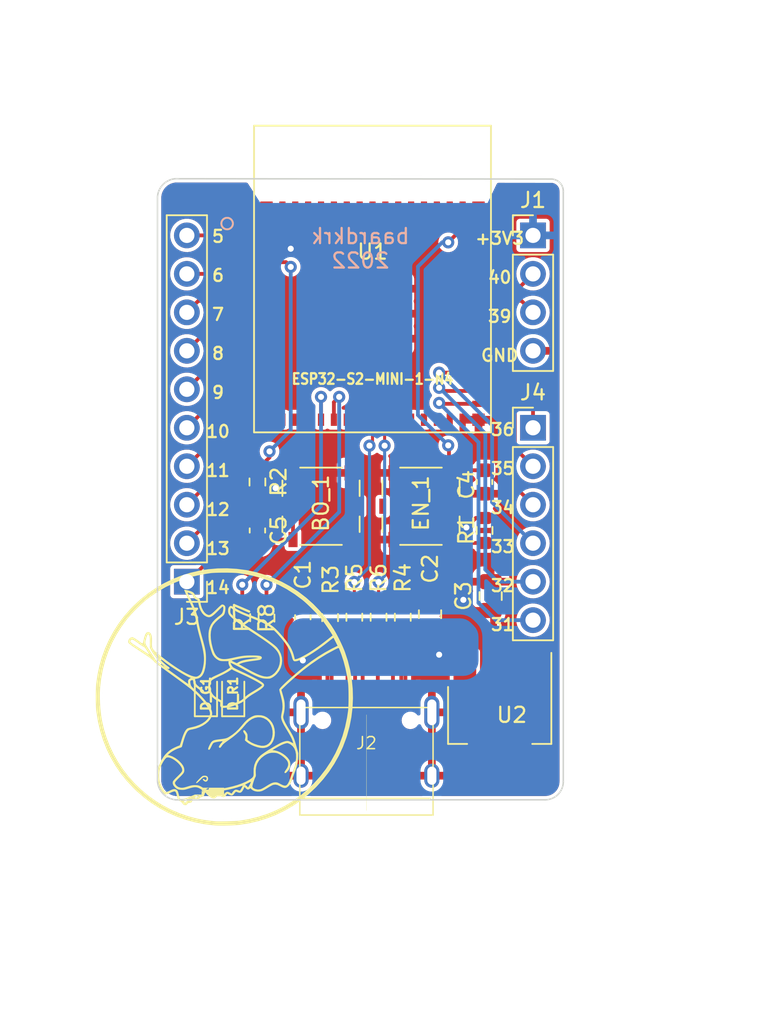
<source format=kicad_pcb>
(kicad_pcb (version 20211014) (generator pcbnew)
  (layers (0 "F.Cu" signal) (31 "B.Cu" signal) (34 "B.Paste" user) (35 "F.Paste" user) (36 "B.SilkS" user "B.Silkscreen") (37 "F.SilkS" user "F.Silkscreen") (38 "B.Mask" user) (39 "F.Mask" user) (44 "Edge.Cuts" user))
  (net 0 "")
  (net 1 "+5V")
  (net 2 "GND")
  (net 3 "+3V3")
  (net 4 "/ENABLE")
  (net 5 "/BOOT")
  (net 6 "Net-(J1-Pad2)")
  (net 7 "Net-(J1-Pad3)")
  (net 8 "Net-(J2-PadA5)")
  (net 9 "Net-(J2-PadA6)")
  (net 10 "Net-(J2-PadA7)")
  (net 12 "Net-(J2-PadB5)")
  (net 14 "USB_N")
  (net 15 "USB_P")
  (net 17 "Net-(U1-Pad5)")
  (net 19 "Net-(U1-Pad6)")
  (net 20 "Net-(U1-Pad7)")
  (net 21 "Net-(U1-Pad8)")
  (net 23 "Net-(U1-Pad9)")
  (net 25 "Net-(U1-Pad10)")
  (net 26 "Net-(U1-Pad11)")
  (net 27 "Net-(U1-Pad12)")
  (net 28 "Net-(U1-Pad13)")
  (net 29 "Net-(U1-Pad14)")
  (net 30 "Net-(U1-Pad31)")
  (net 31 "Net-(U1-Pad32)")
  (net 32 "Net-(U1-Pad33)")
  (net 33 "Net-(U1-Pad34)")
  (net 34 "Net-(U1-Pad35)")
  (net 36 "Net-(U1-Pad36)")
  (net 40 "Net-(LED_G1-Pad2)")
  (net 41 "Net-(LED_R1-Pad2)")
  (net 49 "Net-(U1-Pad19)")
  (net 50 "Net-(U1-Pad20)")
  (footprint "footprints:ESP32-S2-MINI-1-N4" (layer "F.Cu") (at 116.4 81.62)
    (fp_text reference "U1" (at 0 -1.8) (layer "F.SilkS"))
    (fp_text value "ESP32-S2-MINI-1-N4" (at 0 6.6) (layer "F.SilkS") (effects (font (size 0.7 0.6))))
    (pad "1" smd rect (at -6.999999 -3.661486) (size 0.8128 0.4064) (layers "F.Cu" "F.Paste" "F.Mask") (net 2 "GND"))
    (pad "2" smd rect (at -6.999999 -2.811485) (size 0.8128 0.4064) (layers "F.Cu" "F.Paste" "F.Mask") (net 2 "GND"))
    (pad "3" smd rect (at -6.999999 -1.961485) (size 0.8128 0.4064) (layers "F.Cu" "F.Paste" "F.Mask") (net 3 "+3V3"))
    (pad "4" smd rect (at -6.999999 -1.111486) (size 0.8128 0.4064) (layers "F.Cu" "F.Paste" "F.Mask") (net 5 "/BOOT"))
    (pad "5" smd rect (at -6.999999 -0.261485) (size 0.8128 0.4064) (layers "F.Cu" "F.Paste" "F.Mask") (net 17 "Net-(U1-Pad5)"))
    (pad "6" smd rect (at -6.999999 0.588515) (size 0.8128 0.4064) (layers "F.Cu" "F.Paste" "F.Mask") (net 19 "Net-(U1-Pad6)"))
    (pad "7" smd rect (at -6.999999 1.438514) (size 0.8128 0.4064) (layers "F.Cu" "F.Paste" "F.Mask") (net 20 "Net-(U1-Pad7)"))
    (pad "8" smd rect (at -6.999999 2.288515) (size 0.8128 0.4064) (layers "F.Cu" "F.Paste" "F.Mask") (net 21 "Net-(U1-Pad8)"))
    (pad "9" smd rect (at -6.999999 3.138515) (size 0.8128 0.4064) (layers "F.Cu" "F.Paste" "F.Mask") (net 23 "Net-(U1-Pad9)"))
    (pad "10" smd rect (at -6.999999 3.988514) (size 0.8128 0.4064) (layers "F.Cu" "F.Paste" "F.Mask") (net 25 "Net-(U1-Pad10)"))
    (pad "11" smd rect (at -6.999999 4.838515) (size 0.8128 0.4064) (layers "F.Cu" "F.Paste" "F.Mask") (net 26 "Net-(U1-Pad11)"))
    (pad "12" smd rect (at -6.999999 5.688515) (size 0.8128 0.4064) (layers "F.Cu" "F.Paste" "F.Mask") (net 27 "Net-(U1-Pad12)"))
    (pad "13" smd rect (at -6.999999 6.538514) (size 0.8128 0.4064) (layers "F.Cu" "F.Paste" "F.Mask") (net 28 "Net-(U1-Pad13)"))
    (pad "14" smd rect (at -6.999999 7.388515) (size 0.8128 0.4064) (layers "F.Cu" "F.Paste" "F.Mask") (net 29 "Net-(U1-Pad14)"))
    (pad "15" smd rect (at -6.999999 8.238515) (size 0.8128 0.4064) (layers "F.Cu" "F.Paste" "F.Mask"))
    (pad "16" smd rect (at -5.950001 9.288513) (size 0.4064 0.8128) (layers "F.Cu" "F.Paste" "F.Mask"))
    (pad "17" smd rect (at -5.1 9.288513) (size 0.4064 0.8128) (layers "F.Cu" "F.Paste" "F.Mask"))
    (pad "18" smd rect (at -4.249999 9.288513) (size 0.4064 0.8128) (layers "F.Cu" "F.Paste" "F.Mask"))
    (pad "19" smd rect (at -3.400001 9.288513) (size 0.4064 0.8128) (layers "F.Cu" "F.Paste" "F.Mask") (net 49 "Net-(U1-Pad19)"))
    (pad "20" smd rect (at -2.55 9.288513) (size 0.4064 0.8128) (layers "F.Cu" "F.Paste" "F.Mask") (net 50 "Net-(U1-Pad20)"))
    (pad "21" smd rect (at -1.699999 9.288513) (size 0.4064 0.8128) (layers "F.Cu" "F.Paste" "F.Mask"))
    (pad "22" smd rect (at -0.850001 9.288513) (size 0.4064 0.8128) (layers "F.Cu" "F.Paste" "F.Mask"))
    (pad "23" smd rect (at 0 9.288513) (size 0.4064 0.8128) (layers "F.Cu" "F.Paste" "F.Mask") (net 14 "USB_N"))
    (pad "24" smd rect (at 0.850001 9.288513) (size 0.4064 0.8128) (layers "F.Cu" "F.Paste" "F.Mask") (net 15 "USB_P"))
    (pad "25" smd rect (at 1.699999 9.288513) (size 0.4064 0.8128) (layers "F.Cu" "F.Paste" "F.Mask"))
    (pad "26" smd rect (at 2.55 9.288513) (size 0.4064 0.8128) (layers "F.Cu" "F.Paste" "F.Mask"))
    (pad "27" smd rect (at 3.400001 9.288513) (size 0.4064 0.8128) (layers "F.Cu" "F.Paste" "F.Mask"))
    (pad "28" smd rect (at 4.249999 9.288513) (size 0.4064 0.8128) (layers "F.Cu" "F.Paste" "F.Mask"))
    (pad "29" smd rect (at 5.1 9.288513) (size 0.4064 0.8128) (layers "F.Cu" "F.Paste" "F.Mask"))
    (pad "30" smd rect (at 5.950001 9.288513) (size 0.4064 0.8128) (layers "F.Cu" "F.Paste" "F.Mask") (net 2 "GND"))
    (pad "31" smd rect (at 6.999999 8.238515) (size 0.8128 0.4064) (layers "F.Cu" "F.Paste" "F.Mask") (net 30 "Net-(U1-Pad31)"))
    (pad "32" smd rect (at 6.999999 7.388515) (size 0.8128 0.4064) (layers "F.Cu" "F.Paste" "F.Mask") (net 31 "Net-(U1-Pad32)"))
    (pad "33" smd rect (at 6.999999 6.538514) (size 0.8128 0.4064) (layers "F.Cu" "F.Paste" "F.Mask") (net 32 "Net-(U1-Pad33)"))
    (pad "34" smd rect (at 6.999999 5.688515) (size 0.8128 0.4064) (layers "F.Cu" "F.Paste" "F.Mask") (net 33 "Net-(U1-Pad34)"))
    (pad "35" smd rect (at 6.999999 4.838515) (size 0.8128 0.4064) (layers "F.Cu" "F.Paste" "F.Mask") (net 34 "Net-(U1-Pad35)"))
    (pad "36" smd rect (at 6.999999 3.988514) (size 0.8128 0.4064) (layers "F.Cu" "F.Paste" "F.Mask") (net 36 "Net-(U1-Pad36)"))
    (pad "37" smd rect (at 6.999999 3.138515) (size 0.8128 0.4064) (layers "F.Cu" "F.Paste" "F.Mask"))
    (pad "38" smd rect (at 6.999999 2.288515) (size 0.8128 0.4064) (layers "F.Cu" "F.Paste" "F.Mask"))
    (pad "39" smd rect (at 6.999999 1.438514) (size 0.8128 0.4064) (layers "F.Cu" "F.Paste" "F.Mask") (net 7 "Net-(J1-Pad3)"))
    (pad "40" smd rect (at 6.999999 0.588515) (size 0.8128 0.4064) (layers "F.Cu" "F.Paste" "F.Mask") (net 6 "Net-(J1-Pad2)"))
    (pad "41" smd rect (at 6.999999 -0.261485) (size 0.8128 0.4064) (layers "F.Cu" "F.Paste" "F.Mask"))
    (pad "42" smd rect (at 6.999999 -1.111486) (size 0.8128 0.4064) (layers "F.Cu" "F.Paste" "F.Mask") (net 2 "GND"))
    (pad "43" smd rect (at 6.999999 -1.961485) (size 0.8128 0.4064) (layers "F.Cu" "F.Paste" "F.Mask") (net 2 "GND"))
    (pad "44" smd rect (at 6.999999 -2.811485) (size 0.8128 0.4064) (layers "F.Cu" "F.Paste" "F.Mask"))
    (pad "45" smd rect (at 6.999999 -3.661486) (size 0.8128 0.4064) (layers "F.Cu" "F.Paste" "F.Mask") (net 4 "/ENABLE"))
    (pad "46" smd rect (at 5.950001 -4.711484) (size 0.4064 0.8128) (layers "F.Cu" "F.Paste" "F.Mask") (net 2 "GND"))
    (pad "47" smd rect (at 5.1 -4.711484) (size 0.4064 0.8128) (layers "F.Cu" "F.Paste" "F.Mask") (net 2 "GND"))
    (pad "48" smd rect (at 4.249999 -4.711484) (size 0.4064 0.8128) (layers "F.Cu" "F.Paste" "F.Mask") (net 2 "GND"))
    (pad "49" smd rect (at 3.400001 -4.711484) (size 0.4064 0.8128) (layers "F.Cu" "F.Paste" "F.Mask") (net 2 "GND"))
    (pad "50" smd rect (at 2.55 -4.711484) (size 0.4064 0.8128) (layers "F.Cu" "F.Paste" "F.Mask") (net 2 "GND"))
    (pad "51" smd rect (at 1.699999 -4.711484) (size 0.4064 0.8128) (layers "F.Cu" "F.Paste" "F.Mask") (net 2 "GND"))
    (pad "52" smd rect (at 0.850001 -4.711484) (size 0.4064 0.8128) (layers "F.Cu" "F.Paste" "F.Mask") (net 2 "GND"))
    (pad "53" smd rect (at 0 -4.711484) (size 0.4064 0.8128) (layers "F.Cu" "F.Paste" "F.Mask") (net 2 "GND"))
    (pad "54" smd rect (at -0.850001 -4.711484) (size 0.4064 0.8128) (layers "F.Cu" "F.Paste" "F.Mask") (net 2 "GND"))
    (pad "55" smd rect (at -1.699999 -4.711484) (size 0.4064 0.8128) (layers "F.Cu" "F.Paste" "F.Mask") (net 2 "GND"))
    (pad "56" smd rect (at -2.55 -4.711484) (size 0.4064 0.8128) (layers "F.Cu" "F.Paste" "F.Mask") (net 2 "GND"))
    (pad "57" smd rect (at -3.400001 -4.711484) (size 0.4064 0.8128) (layers "F.Cu" "F.Paste" "F.Mask") (net 2 "GND"))
    (pad "58" smd rect (at -4.249999 -4.711484) (size 0.4064 0.8128) (layers "F.Cu" "F.Paste" "F.Mask") (net 2 "GND"))
    (pad "59" smd rect (at -5.1 -4.711484) (size 0.4064 0.8128) (layers "F.Cu" "F.Paste" "F.Mask") (net 2 "GND"))
    (pad "60" smd rect (at -5.950001 -4.711484) (size 0.4064 0.8128) (layers "F.Cu" "F.Paste" "F.Mask") (net 2 "GND"))
    (pad "61" smd rect (at 0 2.288515) (size 1.1938 1.1938) (layers "F.Cu" "F.Paste" "F.Mask") (net 2 "GND"))
    (pad "62" smd rect (at -6.999999 -4.711484) (size 0.8128 0.8128) (layers "F.Cu" "F.Paste" "F.Mask") (net 2 "GND"))
    (pad "63" smd rect (at -6.999999 9.288516) (size 0.8128 0.8128) (layers "F.Cu" "F.Paste" "F.Mask") (net 2 "GND"))
    (pad "64" smd rect (at 6.999999 9.288516) (size 0.8128 0.8128) (layers "F.Cu" "F.Paste" "F.Mask") (net 2 "GND"))
    (pad "65" smd rect (at 6.999999 -4.711484) (size 0.8128 0.8128) (layers "F.Cu" "F.Paste" "F.Mask") (net 2 "GND"))
    (pad "66" smd rect (at -1.65 0.638515) (size 1.1938 1.1938) (layers "F.Cu" "F.Paste" "F.Mask") (net 2 "GND"))
    (pad "67" smd rect (at 0 0.638515) (size 1.1938 1.1938) (layers "F.Cu" "F.Paste" "F.Mask") (net 2 "GND"))
    (pad "68" smd rect (at 1.65 0.638515) (size 1.1938 1.1938) (layers "F.Cu" "F.Paste" "F.Mask") (net 2 "GND"))
    (pad "69" smd rect (at -1.65 2.288515) (size 1.1938 1.1938) (layers "F.Cu" "F.Paste" "F.Mask") (net 2 "GND"))
    (pad "70" smd rect (at 1.65 2.288515) (size 1.1938 1.1938) (layers "F.Cu" "F.Paste" "F.Mask") (net 2 "GND"))
    (pad "71" smd rect (at -1.65 3.938515) (size 1.1938 1.1938) (layers "F.Cu" "F.Paste" "F.Mask") (net 2 "GND"))
    (pad "72" smd rect (at 0 3.938515) (size 1.1938 1.1938) (layers "F.Cu" "F.Paste" "F.Mask") (net 2 "GND"))
    (pad "73" smd rect (at 1.65 3.938515) (size 1.1938 1.1938) (layers "F.Cu" "F.Paste" "F.Mask") (net 2 "GND"))
  )
  (footprint "Resistor_SMD:R_0603_1608Metric" (layer "F.Cu") (at 115.2 103.9475 -90)
    (fp_text reference "R5" (at -2.6 0 90) (layer "F.SilkS"))
    (fp_text value "33R")
    (pad "1" smd roundrect (at -0.825 0 270) (size 0.8 0.95) (layers "F.Cu" "F.Paste" "F.Mask") (net 14 "USB_N"))
    (pad "2" smd roundrect (at 0.825 0 270) (size 0.8 0.95) (layers "F.Cu" "F.Paste" "F.Mask") (net 10 "Net-(J2-PadA7)"))
  )
  (footprint "Capacitor_SMD:C_0805_2012Metric" (layer "F.Cu") (at 120.2 103.7475 90)
    (fp_text reference "C2" (at 3 0 90) (layer "F.SilkS"))
    (fp_text value "10uf")
    (pad "1" smd roundrect (at -0.95 0 90) (size 1 1.45) (layers "F.Cu" "F.Paste" "F.Mask") (net 1 "+5V"))
    (pad "2" smd roundrect (at 0.95 0 90) (size 1 1.45) (layers "F.Cu" "F.Paste" "F.Mask") (net 2 "GND"))
  )
  (footprint "Resistor_SMD:R_0603_1608Metric" (layer "F.Cu") (at 123.8 98.22 90)
    (fp_text reference "R1" (at 0.02 -1.2 90) (layer "F.SilkS"))
    (fp_text value "10k")
    (pad "1" smd roundrect (at -0.825 0 90) (size 0.8 0.95) (layers "F.Cu" "F.Paste" "F.Mask") (net 4 "/ENABLE"))
    (pad "2" smd roundrect (at 0.825 0 90) (size 0.8 0.95) (layers "F.Cu" "F.Paste" "F.Mask") (net 3 "+3V3"))
  )
  (footprint "Resistor_SMD:R_0603_1608Metric" (layer "F.Cu") (at 113.6 103.9725 -90)
    (fp_text reference "R3" (at -2.5 -0.04 90) (layer "F.SilkS"))
    (fp_text value "5.1k")
    (pad "1" smd roundrect (at -0.825 0 270) (size 0.8 0.95) (layers "F.Cu" "F.Paste" "F.Mask") (net 2 "GND"))
    (pad "2" smd roundrect (at 0.825 0 270) (size 0.8 0.95) (layers "F.Cu" "F.Paste" "F.Mask") (net 8 "Net-(J2-PadA5)"))
  )
  (footprint "Capacitor_SMD:C_0805_2012Metric" (layer "F.Cu") (at 124.2 102.55 90)
    (fp_text reference "C3" (at 0 -1.8 90) (layer "F.SilkS"))
    (fp_text value "10uf")
    (pad "1" smd roundrect (at -0.95 0 90) (size 1 1.45) (layers "F.Cu" "F.Paste" "F.Mask") (net 3 "+3V3"))
    (pad "2" smd roundrect (at 0.95 0 90) (size 1 1.45) (layers "F.Cu" "F.Paste" "F.Mask") (net 2 "GND"))
  )
  (footprint "Resistor_SMD:R_0603_1608Metric" (layer "F.Cu") (at 109.4 104 -90)
    (fp_text reference "R8" (at 0 0 90) (layer "F.SilkS"))
    (fp_text value "55R")
    (pad "1" smd roundrect (at -0.825 0 270) (size 0.8 0.95) (layers "F.Cu" "F.Paste" "F.Mask") (net 50 "Net-(U1-Pad20)"))
    (pad "2" smd roundrect (at 0.825 0 270) (size 0.8 0.95) (layers "F.Cu" "F.Paste" "F.Mask") (net 41 "Net-(LED_R1-Pad2)"))
  )
  (footprint "logo:reindeer_small" (layer "F.Cu") (at 106.6 109.2)
    (fp_text reference "G***" hide)
    (fp_text value "LOGO" hide)
  )
  (footprint "Resistor_SMD:R_0603_1608Metric" (layer "F.Cu") (at 118.4 103.9475 -90)
    (fp_text reference "R4" (at -2.6 0 90) (layer "F.SilkS"))
    (fp_text value "5.1k")
    (pad "1" smd roundrect (at -0.825 0 270) (size 0.8 0.95) (layers "F.Cu" "F.Paste" "F.Mask") (net 2 "GND"))
    (pad "2" smd roundrect (at 0.825 0 270) (size 0.8 0.95) (layers "F.Cu" "F.Paste" "F.Mask") (net 12 "Net-(J2-PadB5)"))
  )
  (footprint "Package_TO_SOT_SMD:SOT-223" (layer "F.Cu") (at 124.8 110.4 -90)
    (fp_text reference "U2" (at 0 -0.8 180) (layer "F.SilkS"))
    (fp_text value "LM1117-3.3")
    (pad "1" smd rect (at -3.15 -2.3 270) (size 2 1.5) (layers "F.Cu" "F.Paste" "F.Mask") (net 2 "GND"))
    (pad "2" smd rect (at -3.15 0 270) (size 2 1.5) (layers "F.Cu" "F.Paste" "F.Mask") (net 3 "+3V3"))
    (pad "3" smd rect (at -3.15 2.3 270) (size 2 1.5) (layers "F.Cu" "F.Paste" "F.Mask") (net 1 "+5V"))
    (pad "4" smd rect (at 3.15 0 270) (size 2 3.8) (layers "F.Cu" "F.Paste" "F.Mask"))
  )
  (footprint "Resistor_SMD:R_0603_1608Metric" (layer "F.Cu") (at 116.8 103.9475 -90)
    (fp_text reference "R6" (at -2.6 0 90) (layer "F.SilkS"))
    (fp_text value "33R")
    (pad "1" smd roundrect (at -0.825 0 270) (size 0.8 0.95) (layers "F.Cu" "F.Paste" "F.Mask") (net 15 "USB_P"))
    (pad "2" smd roundrect (at 0.825 0 270) (size 0.8 0.95) (layers "F.Cu" "F.Paste" "F.Mask") (net 9 "Net-(J2-PadA6)"))
  )
  (footprint "Capacitor_SMD:C_0603_1608Metric" (layer "F.Cu") (at 108.8 98.22 90)
    (fp_text reference "C5" (at 0 1.4 90) (layer "F.SilkS"))
    (fp_text value "0.1uf")
    (pad "1" smd roundrect (at -0.775 0 90) (size 0.9 0.95) (layers "F.Cu" "F.Paste" "F.Mask") (net 2 "GND"))
    (pad "2" smd roundrect (at 0.775 0 90) (size 0.9 0.95) (layers "F.Cu" "F.Paste" "F.Mask") (net 5 "/BOOT"))
  )
  (footprint "Resistor_SMD:R_0603_1608Metric" (layer "F.Cu") (at 107.8 103.975 -90)
    (fp_text reference "R7" (at 0 0 90) (layer "F.SilkS"))
    (fp_text value "45R")
    (pad "1" smd roundrect (at -0.825 0 270) (size 0.8 0.95) (layers "F.Cu" "F.Paste" "F.Mask") (net 49 "Net-(U1-Pad19)"))
    (pad "2" smd roundrect (at 0.825 0 270) (size 0.8 0.95) (layers "F.Cu" "F.Paste" "F.Mask") (net 40 "Net-(LED_G1-Pad2)"))
  )
  (footprint "Capacitor_SMD:C_0603_1608Metric" (layer "F.Cu") (at 111.8 103.9475 90)
    (fp_text reference "C1" (at 2.8 0 90) (layer "F.SilkS"))
    (fp_text value "0.1uf")
    (pad "1" smd roundrect (at -0.775 0 90) (size 0.9 0.95) (layers "F.Cu" "F.Paste" "F.Mask") (net 1 "+5V"))
    (pad "2" smd roundrect (at 0.775 0 90) (size 0.9 0.95) (layers "F.Cu" "F.Paste" "F.Mask") (net 2 "GND"))
  )
  (footprint "LED_SMD:LED_0603_1608Metric" (layer "F.Cu") (at 105.4 109 90)
    (fp_text reference "D_G1" (at 0 0 90) (layer "F.SilkS") (effects (font (size 0.6 0.6))))
    (fp_text value "LED")
    (pad "1" smd roundrect (at -0.7875 0 90) (size 0.875 0.95) (layers "F.Cu" "F.Paste" "F.Mask") (net 2 "GND"))
    (pad "2" smd roundrect (at 0.7875 0 90) (size 0.875 0.95) (layers "F.Cu" "F.Paste" "F.Mask") (net 40 "Net-(LED_G1-Pad2)"))
  )
  (footprint "Button_Switch_SMD:SW_SPST_Panasonic_EVQPL_3PL_5PL_PT_A08" (layer "F.Cu") (at 113 96.62 180)
    (fp_text reference "BO_1" (at 0 0.2 90) (layer "F.SilkS"))
    (fp_text value "SW_Push")
    (pad "0" smd rect (at 2.525 0 180) (size 0.45 1) (layers "F.Cu" "F.Paste" "F.Mask"))
    (pad "0" smd rect (at -2.525 0 180) (size 0.45 1) (layers "F.Cu" "F.Paste" "F.Mask"))
    (pad "1" smd rect (at -1.85 -2.2 180) (size 0.6 1) (layers "F.Cu" "F.Paste" "F.Mask") (net 2 "GND"))
    (pad "1" smd rect (at -1.85 2.2 180) (size 0.6 1) (layers "F.Cu" "F.Paste" "F.Mask") (net 2 "GND"))
    (pad "2" smd rect (at 1.85 -2.2 180) (size 0.6 1) (layers "F.Cu" "F.Paste" "F.Mask") (net 5 "/BOOT"))
    (pad "2" smd rect (at 1.85 2.2 180) (size 0.6 1) (layers "F.Cu" "F.Paste" "F.Mask") (net 5 "/BOOT"))
  )
  (footprint "Resistor_SMD:R_0603_1608Metric" (layer "F.Cu") (at 108.8 95.02 -90)
    (fp_text reference "R2" (at -0.02 -1.4 90) (layer "F.SilkS"))
    (fp_text value "10k")
    (pad "1" smd roundrect (at -0.825 0 270) (size 0.8 0.95) (layers "F.Cu" "F.Paste" "F.Mask") (net 5 "/BOOT"))
    (pad "2" smd roundrect (at 0.825 0 270) (size 0.8 0.95) (layers "F.Cu" "F.Paste" "F.Mask") (net 3 "+3V3"))
  )
  (footprint "Capacitor_SMD:C_0603_1608Metric" (layer "F.Cu") (at 123.8 95.02 90)
    (fp_text reference "C4" (at -0.18 -1.2 90) (layer "F.SilkS"))
    (fp_text value "0.1uf")
    (pad "1" smd roundrect (at -0.775 0 90) (size 0.9 0.95) (layers "F.Cu" "F.Paste" "F.Mask") (net 2 "GND"))
    (pad "2" smd roundrect (at 0.775 0 90) (size 0.9 0.95) (layers "F.Cu" "F.Paste" "F.Mask") (net 4 "/ENABLE"))
  )
  (footprint "Connector_PinHeader_2.54mm:PinHeader_1x06_P2.54mm_Vertical" (layer "F.Cu") (at 127 91.44)
    (fp_text reference "J4" (at 0 -2.33) (layer "F.SilkS"))
    (fp_text value "Conn_01x06_Male")
    (pad "1" thru_hole rect (at 0 0) (size 1.7 1.7) (drill 1) (layers *.Cu *.Mask) (net 36 "Net-(U1-Pad36)"))
    (pad "2" thru_hole oval (at 0 2.54) (size 1.7 1.7) (drill 1) (layers *.Cu *.Mask) (net 34 "Net-(U1-Pad35)"))
    (pad "3" thru_hole oval (at 0 5.08) (size 1.7 1.7) (drill 1) (layers *.Cu *.Mask) (net 33 "Net-(U1-Pad34)"))
    (pad "4" thru_hole oval (at 0 7.62) (size 1.7 1.7) (drill 1) (layers *.Cu *.Mask) (net 32 "Net-(U1-Pad33)"))
    (pad "5" thru_hole oval (at 0 10.16) (size 1.7 1.7) (drill 1) (layers *.Cu *.Mask) (net 31 "Net-(U1-Pad32)"))
    (pad "6" thru_hole oval (at 0 12.7) (size 1.7 1.7) (drill 1) (layers *.Cu *.Mask) (net 30 "Net-(U1-Pad31)"))
  )
  (footprint "LED_SMD:LED_0603_1608Metric" (layer "F.Cu") (at 107.2 109 90)
    (fp_text reference "D_R1" (at 0 -0.01 90) (layer "F.SilkS") (effects (font (size 0.6 0.6))))
    (fp_text value "LED")
    (pad "1" smd roundrect (at -0.7875 0 90) (size 0.875 0.95) (layers "F.Cu" "F.Paste" "F.Mask") (net 2 "GND"))
    (pad "2" smd roundrect (at 0.7875 0 90) (size 0.875 0.95) (layers "F.Cu" "F.Paste" "F.Mask") (net 41 "Net-(LED_R1-Pad2)"))
  )
  (footprint "USB-C-Power-tester:TYPE-C-31-M-12" (layer "F.Cu") (at 116 114.4075)
    (fp_text reference "J2" (at 0 -2.15) (layer "F.SilkS") (effects (font (size 0.8 0.8) (thickness 0.1))))
    (fp_text value "USB_C_Receptacle_USB2.0")
    (pad "" np_thru_hole circle (at 2.9 -3.65) (size 0.65 0.65) (drill 0.65) (layers *.Cu *.Mask) (clearance 0.01))
    (pad "" np_thru_hole circle (at -2.9 -3.65) (size 0.65 0.65) (drill 0.65) (layers *.Cu *.Mask) (clearance 0.01))
    (pad "A1" smd rect (at -3.375 -5.1) (size 0.25 1.45) (layers "F.Cu" "F.Paste" "F.Mask") (net 2 "GND"))
    (pad "A4" smd rect (at -2.575 -5.1) (size 0.25 1.45) (layers "F.Cu" "F.Paste" "F.Mask") (net 1 "+5V"))
    (pad "A5" smd rect (at -1.25 -5.1) (size 0.25 1.45) (layers "F.Cu" "F.Paste" "F.Mask") (net 8 "Net-(J2-PadA5)"))
    (pad "A6" smd rect (at -0.25 -5.1) (size 0.25 1.45) (layers "F.Cu" "F.Paste" "F.Mask") (net 9 "Net-(J2-PadA6)"))
    (pad "A7" smd rect (at 0.25 -5.1) (size 0.25 1.45) (layers "F.Cu" "F.Paste" "F.Mask") (net 10 "Net-(J2-PadA7)"))
    (pad "A8" smd rect (at 1.25 -5.1) (size 0.25 1.45) (layers "F.Cu" "F.Paste" "F.Mask"))
    (pad "A9" smd rect (at 2.575 -5.1) (size 0.25 1.45) (layers "F.Cu" "F.Paste" "F.Mask") (net 1 "+5V"))
    (pad "A12" smd rect (at 3.375 -5.1) (size 0.25 1.45) (layers "F.Cu" "F.Paste" "F.Mask") (net 2 "GND"))
    (pad "B1" smd rect (at 3.1 -5.1) (size 0.3 1.45) (layers "F.Cu" "F.Paste" "F.Mask") (net 2 "GND"))
    (pad "B4" smd rect (at 2.3 -5.1) (size 0.3 1.45) (layers "F.Cu" "F.Paste" "F.Mask") (net 1 "+5V"))
    (pad "B5" smd rect (at 1.75 -5.1) (size 0.25 1.45) (layers "F.Cu" "F.Paste" "F.Mask") (net 12 "Net-(J2-PadB5)"))
    (pad "B6" smd rect (at 0.75 -5.1) (size 0.25 1.45) (layers "F.Cu" "F.Paste" "F.Mask") (net 9 "Net-(J2-PadA6)"))
    (pad "B7" smd rect (at -0.75 -5.1) (size 0.25 1.45) (layers "F.Cu" "F.Paste" "F.Mask") (net 10 "Net-(J2-PadA7)"))
    (pad "B8" smd rect (at -1.75 -5.1) (size 0.25 1.45) (layers "F.Cu" "F.Paste" "F.Mask"))
    (pad "B9" smd rect (at -2.3 -5.1) (size 0.3 1.45) (layers "F.Cu" "F.Paste" "F.Mask") (net 1 "+5V"))
    (pad "B12" smd rect (at -3.1 -5.1) (size 0.3 1.45) (layers "F.Cu" "F.Paste" "F.Mask") (net 2 "GND"))
    (pad "S1" thru_hole roundrect (at -4.32 -4.18) (size 1 2.2) (drill oval 0.6 1.7) (layers *.Cu *.Mask) (roundrect_rratio 0.5) (net 2 "GND"))
    (pad "S1" thru_hole roundrect (at 4.32 0) (size 1 1.6) (drill oval 0.6 1.2) (layers *.Cu *.Mask) (roundrect_rratio 0.5) (net 2 "GND"))
    (pad "S1" thru_hole roundrect (at -4.32 0) (size 1 1.6) (drill oval 0.6 1.2) (layers *.Cu *.Mask) (roundrect_rratio 0.5) (net 2 "GND"))
    (pad "S1" thru_hole roundrect (at 4.32 -4.18) (size 1 2.2) (drill oval 0.6 1.7) (layers *.Cu *.Mask) (roundrect_rratio 0.5) (net 2 "GND"))
  )
  (footprint "Connector_PinHeader_2.54mm:PinHeader_1x10_P2.54mm_Vertical" (layer "F.Cu") (at 104.14 101.6 180)
    (fp_text reference "J3" (at 0 -2.33) (layer "F.SilkS"))
    (fp_text value "Conn_01x10_Male")
    (pad "1" thru_hole rect (at 0 0 180) (size 1.7 1.7) (drill 1) (layers *.Cu *.Mask) (net 29 "Net-(U1-Pad14)"))
    (pad "2" thru_hole oval (at 0 2.54 180) (size 1.7 1.7) (drill 1) (layers *.Cu *.Mask) (net 28 "Net-(U1-Pad13)"))
    (pad "3" thru_hole oval (at 0 5.08 180) (size 1.7 1.7) (drill 1) (layers *.Cu *.Mask) (net 27 "Net-(U1-Pad12)"))
    (pad "4" thru_hole oval (at 0 7.62 180) (size 1.7 1.7) (drill 1) (layers *.Cu *.Mask) (net 26 "Net-(U1-Pad11)"))
    (pad "5" thru_hole oval (at 0 10.16 180) (size 1.7 1.7) (drill 1) (layers *.Cu *.Mask) (net 25 "Net-(U1-Pad10)"))
    (pad "6" thru_hole oval (at 0 12.7 180) (size 1.7 1.7) (drill 1) (layers *.Cu *.Mask) (net 23 "Net-(U1-Pad9)"))
    (pad "7" thru_hole oval (at 0 15.24 180) (size 1.7 1.7) (drill 1) (layers *.Cu *.Mask) (net 21 "Net-(U1-Pad8)"))
    (pad "8" thru_hole oval (at 0 17.78 180) (size 1.7 1.7) (drill 1) (layers *.Cu *.Mask) (net 20 "Net-(U1-Pad7)"))
    (pad "9" thru_hole oval (at 0 20.32 180) (size 1.7 1.7) (drill 1) (layers *.Cu *.Mask) (net 19 "Net-(U1-Pad6)"))
    (pad "10" thru_hole oval (at 0 22.86 180) (size 1.7 1.7) (drill 1) (layers *.Cu *.Mask) (net 17 "Net-(U1-Pad5)"))
  )
  (footprint "Button_Switch_SMD:SW_SPST_Panasonic_EVQPL_3PL_5PL_PT_A08" (layer "F.Cu") (at 119.6 96.62)
    (fp_text reference "EN_1" (at 0 -0.2 90) (layer "F.SilkS"))
    (fp_text value "SW_Push")
    (pad "0" smd rect (at 2.525 0) (size 0.45 1) (layers "F.Cu" "F.Paste" "F.Mask"))
    (pad "0" smd rect (at -2.525 0) (size 0.45 1) (layers "F.Cu" "F.Paste" "F.Mask"))
    (pad "1" smd rect (at -1.85 -2.2) (size 0.6 1) (layers "F.Cu" "F.Paste" "F.Mask") (net 2 "GND"))
    (pad "1" smd rect (at -1.85 2.2) (size 0.6 1) (layers "F.Cu" "F.Paste" "F.Mask") (net 2 "GND"))
    (pad "2" smd rect (at 1.85 2.2) (size 0.6 1) (layers "F.Cu" "F.Paste" "F.Mask") (net 4 "/ENABLE"))
    (pad "2" smd rect (at 1.85 -2.2) (size 0.6 1) (layers "F.Cu" "F.Paste" "F.Mask") (net 4 "/ENABLE"))
  )
  (footprint "Connector_PinHeader_2.54mm:PinHeader_1x04_P2.54mm_Vertical" (layer "F.Cu") (at 127 78.74)
    (fp_text reference "J1" (at 0 -2.33) (layer "F.SilkS"))
    (fp_text value "Conn_01x04_Male")
    (pad "1" thru_hole rect (at 0 0) (size 1.7 1.7) (drill 1) (layers *.Cu *.Mask) (net 3 "+3V3"))
    (pad "2" thru_hole oval (at 0 2.54) (size 1.7 1.7) (drill 1) (layers *.Cu *.Mask) (net 6 "Net-(J1-Pad2)"))
    (pad "3" thru_hole oval (at 0 5.08) (size 1.7 1.7) (drill 1) (layers *.Cu *.Mask) (net 7 "Net-(J1-Pad3)"))
    (pad "4" thru_hole oval (at 0 7.62) (size 1.7 1.7) (drill 1) (layers *.Cu *.Mask) (net 2 "GND"))
  )
  (gr_arc (start 128.2 75.02) (mid 128.765685 75.254315) (end 129 75.82) (layer "Edge.Cuts") (width 0.1))
  (gr_line (start 103.6 75) (end 128.2 75.02) (layer "Edge.Cuts") (width 0.1))
  (gr_line (start 102.2 114.6) (end 102.2 76.2) (layer "Edge.Cuts") (width 0.1))
  (gr_arc (start 103.4 116) (mid 102.516709 115.54282) (end 102.2 114.6) (layer "Edge.Cuts") (width 0.1))
  (gr_arc (start 102.2 76.2) (mid 102.646411 75.304145) (end 103.6 75) (layer "Edge.Cuts") (width 0.1))
  (gr_arc (start 129 114.8) (mid 128.648528 115.648528) (end 127.8 116) (layer "Edge.Cuts") (width 0.1))
  (gr_line (start 127.8 116) (end 103.4 116) (layer "Edge.Cuts") (width 0.1))
  (gr_line (start 129 75.82) (end 129 114.8) (layer "Edge.Cuts") (width 0.1))
  (gr_text "baardkrk\n2022" (at 115.6 79.6) (layer "B.SilkS") (effects (font (size 1 1)) (justify mirror)))
  (gr_text "+3V3\n\n40\n\n39\n\nGND" (at 124.8 82.8) (layer "F.SilkS") (effects (font (size 0.8 0.8))))
  (gr_text "5\n\n6\n\n7\n\n8\n\n9\n\n10\n\n11\n\n12\n\n13\n\n14" (at 106.2 90.4) (layer "F.SilkS") (effects (font (size 0.8 0.8))))
  (gr_text "36\n\n35\n\n34\n\n33\n\n32\n\n31" (at 125 98) (layer "F.SilkS") (effects (font (size 0.8 0.8))))
  (segment (start 113.7 109.3075) (end 113.7 107.52) (width 0.25) (layer "F.Cu") (net 1))
  (segment (start 111.8 106.02) (end 111.8 104.7225) (width 0.25) (layer "F.Cu") (net 1))
  (segment (start 118.3 107.32) (end 120.2 105.42) (width 0.25) (layer "F.Cu") (net 1))
  (segment (start 122.5 105.3) (end 121.8975 104.6975) (width 0.45) (layer "F.Cu") (net 1))
  (segment (start 121.63 107.25) (end 120.8 106.42) (width 0.45) (layer "F.Cu") (net 1))
  (segment (start 118.575 107.445) (end 120.4 105.62) (width 0.25) (layer "F.Cu") (net 1))
  (segment (start 120.4 104.8975) (end 120.2 104.6975) (width 0.25) (layer "F.Cu") (net 1))
  (segment (start 111.8 104.7225) (end 111.8 106.8) (width 0.25) (layer "F.Cu") (net 1))
  (segment (start 113.7 107.52) (end 112 105.82) (width 0.25) (layer "F.Cu") (net 1))
  (segment (start 121.8975 104.6975) (end 120.2 104.6975) (width 0.45) (layer "F.Cu") (net 1))
  (segment (start 120.4 105.62) (end 120.4 104.8975) (width 0.25) (layer "F.Cu") (net 1))
  (segment (start 120.2 105.42) (end 120.2 104.6975) (width 0.25) (layer "F.Cu") (net 1))
  (segment (start 113.425 107.645) (end 111.8 106.02) (width 0.25) (layer "F.Cu") (net 1))
  (segment (start 113.425 109.3075) (end 113.425 107.645) (width 0.25) (layer "F.Cu") (net 1))
  (segment (start 112 105.82) (end 112 105.1475) (width 0.25) (layer "F.Cu") (net 1))
  (segment (start 122.5 107.25) (end 122.5 105.3) (width 0.45) (layer "F.Cu") (net 1))
  (segment (start 122.5 107.25) (end 121.63 107.25) (width 0.45) (layer "F.Cu") (net 1))
  (segment (start 118.575 109.3075) (end 118.575 107.445) (width 0.25) (layer "F.Cu") (net 1))
  (segment (start 118.3 109.3075) (end 118.3 107.32) (width 0.25) (layer "F.Cu") (net 1))
  (via (at 120.8 106.42) (size 0.8) (drill 0.4) (layers "F.Cu" "B.Cu") (net 1))
  (via (at 111.8 106.8) (size 0.8) (drill 0.4) (layers "F.Cu" "B.Cu") (net 1))
  (segment (start 124.8 107.25) (end 124.4 106.85) (width 0.25) (layer "F.Cu") (net 3))
  (segment (start 108.8 95.845) (end 109.575 95.845) (width 0.25) (layer "F.Cu") (net 3))
  (segment (start 109.400001 79.658515) (end 110.961485 79.658515) (width 0.25) (layer "F.Cu") (net 3))
  (segment (start 110.961485 79.658515) (end 111 79.62) (width 0.25) (layer "F.Cu") (net 3))
  (segment (start 124.4 103.7) (end 124.2 103.5) (width 0.25) (layer "F.Cu") (net 3))
  (segment (start 124.4 106.85) (end 124.4 103.7) (width 0.45) (layer "F.Cu") (net 3))
  (segment (start 123.1 103.5) (end 122.4 102.8) (width 0.45) (layer "F.Cu") (net 3))
  (segment (start 123.225 97.395) (end 122.6 98.02) (width 0.25) (layer "F.Cu") (net 3))
  (segment (start 109.575 95.845) (end 110 95.42) (width 0.25) (layer "F.Cu") (net 3))
  (segment (start 123.8 97.395) (end 123.225 97.395) (width 0.25) (layer "F.Cu") (net 3))
  (segment (start 124.2 103.5) (end 123.1 103.5) (width 0.45) (layer "F.Cu") (net 3))
  (via (at 122.6 98.02) (size 0.8) (drill 0.4) (layers "F.Cu" "B.Cu") (net 3))
  (via (at 110 95.42) (size 0.8) (drill 0.4) (layers "F.Cu" "B.Cu") (net 3))
  (via (at 111 79.62) (size 0.8) (drill 0.4) (layers "F.Cu" "B.Cu") (net 3))
  (via (at 122.4 102.8) (size 0.8) (drill 0.4) (layers "F.Cu" "B.Cu") (net 3))
  (segment (start 121.45 92.65) (end 121.4 92.6) (width 0.25) (layer "F.Cu") (net 4))
  (segment (start 121.675 99.045) (end 121.45 98.82) (width 0.25) (layer "F.Cu") (net 4))
  (segment (start 121.4 79.2) (end 122.641486 77.958514) (width 0.25) (layer "F.Cu") (net 4))
  (segment (start 121.625 94.245) (end 121.45 94.42) (width 0.25) (layer "F.Cu") (net 4))
  (segment (start 121.45 94.42) (end 121.45 92.65) (width 0.25) (layer "F.Cu") (net 4))
  (segment (start 123.8 94.245) (end 121.625 94.245) (width 0.25) (layer "F.Cu") (net 4))
  (segment (start 121.45 98.82) (end 121.45 94.42) (width 0.25) (layer "F.Cu") (net 4))
  (segment (start 122.641486 77.958514) (end 123.399999 77.958514) (width 0.25) (layer "F.Cu") (net 4))
  (segment (start 123.8 99.045) (end 121.675 99.045) (width 0.25) (layer "F.Cu") (net 4))
  (via (at 121.4 79.2) (size 0.8) (drill 0.4) (layers "F.Cu" "B.Cu") (net 4))
  (via (at 121.4 92.6) (size 0.8) (drill 0.4) (layers "F.Cu" "B.Cu") (net 4))
  (segment (start 119.4 90.6) (end 119.4 80.8) (width 0.25) (layer "B.Cu") (net 4))
  (segment (start 119.4 80.8) (end 121 79.2) (width 0.25) (layer "B.Cu") (net 4))
  (segment (start 121 79.2) (end 121.4 79.2) (width 0.25) (layer "B.Cu") (net 4))
  (segment (start 121.4 92.6) (end 119.4 90.6) (width 0.25) (layer "B.Cu") (net 4))
  (segment (start 111.15 98.82) (end 111.15 94.42) (width 0.25) (layer "F.Cu") (net 5))
  (segment (start 109.6 93) (end 109.6 93.395) (width 0.25) (layer "F.Cu") (net 5))
  (segment (start 110.175 98.82) (end 111.15 98.82) (width 0.25) (layer "F.Cu") (net 5))
  (segment (start 108.8 94.195) (end 108.8 94.22) (width 0.25) (layer "F.Cu") (net 5))
  (segment (start 109.6 93.395) (end 108.8 94.195) (width 0.25) (layer "F.Cu") (net 5))
  (segment (start 108.8 97.445) (end 110.175 98.82) (width 0.25) (layer "F.Cu") (net 5))
  (segment (start 110.688514 80.508514) (end 111 80.82) (width 0.25) (layer "F.Cu") (net 5))
  (segment (start 109 94.42) (end 111.15 94.42) (width 0.25) (layer "F.Cu") (net 5))
  (segment (start 109.400001 80.508514) (end 110.688514 80.508514) (width 0.25) (layer "F.Cu") (net 5))
  (segment (start 108.8 94.22) (end 109 94.42) (width 0.25) (layer "F.Cu") (net 5))
  (via (at 111 80.82) (size 0.8) (drill 0.4) (layers "F.Cu" "B.Cu") (net 5))
  (via (at 109.6 93) (size 0.8) (drill 0.4) (layers "F.Cu" "B.Cu") (net 5))
  (segment (start 109.6 93) (end 111 91.6) (width 0.25) (layer "B.Cu") (net 5))
  (segment (start 111 91.6) (end 111 80.82) (width 0.25) (layer "B.Cu") (net 5))
  (segment (start 123.399999 82.208515) (end 126.071485 82.208515) (width 0.25) (layer "F.Cu") (net 6))
  (segment (start 126.071485 82.208515) (end 127 81.28) (width 0.25) (layer "F.Cu") (net 6))
  (segment (start 126.238514 83.058514) (end 127 83.82) (width 0.25) (layer "F.Cu") (net 7))
  (segment (start 123.399999 83.058514) (end 126.238514 83.058514) (width 0.25) (layer "F.Cu") (net 7))
  (segment (start 114.75 107.6975) (end 113.6 106.5475) (width 0.25) (layer "F.Cu") (net 8))
  (segment (start 114.75 109.3075) (end 114.75 107.6975) (width 0.25) (layer "F.Cu") (net 8))
  (segment (start 113.6 106.5475) (end 113.6 104.7975) (width 0.25) (layer "F.Cu") (net 8))
  (segment (start 116.8 106.5475) (end 115.75 107.5975) (width 0.25) (layer "F.Cu") (net 9))
  (segment (start 115.75 107.5975) (end 115.75 109.3075) (width 0.25) (layer "F.Cu") (net 9))
  (segment (start 116.75 109.3075) (end 116.75 104.8225) (width 0.25) (layer "F.Cu") (net 9))
  (segment (start 116.8 104.7725) (end 116.8 106.5475) (width 0.25) (layer "F.Cu") (net 9))
  (segment (start 116.75 104.8225) (end 116.8 104.7725) (width 0.25) (layer "F.Cu") (net 9))
  (segment (start 115.2 110.5475) (end 115.25 110.4975) (width 0.25) (layer "F.Cu") (net 10))
  (segment (start 116.25 109.3075) (end 116.25 110.306522) (width 0.25) (layer "F.Cu") (net 10))
  (segment (start 115.25 109.3075) (end 115.25 104.8225) (width 0.25) (layer "F.Cu") (net 10))
  (segment (start 115.25 104.8225) (end 115.2 104.7725) (width 0.25) (layer "F.Cu") (net 10))
  (segment (start 116.009022 110.5475) (end 115.2 110.5475) (width 0.25) (layer "F.Cu") (net 10))
  (segment (start 116.25 110.306522) (end 116.009022 110.5475) (width 0.25) (layer "F.Cu") (net 10))
  (segment (start 115.25 110.4975) (end 115.25 109.3075) (width 0.25) (layer "F.Cu") (net 10))
  (segment (start 118.4 106.1475) (end 118.4 104.7725) (width 0.25) (layer "F.Cu") (net 12))
  (segment (start 117.75 109.3075) (end 117.75 106.7975) (width 0.25) (layer "F.Cu") (net 12))
  (segment (start 117.75 106.7975) (end 118.4 106.1475) (width 0.25) (layer "F.Cu") (net 12))
  (segment (start 116.4 92.42) (end 116.2 92.62) (width 0.2) (layer "F.Cu") (net 14))
  (segment (start 116.4 90.908513) (end 116.4 92.42) (width 0.2) (layer "F.Cu") (net 14))
  (segment (start 115.2 103.1225) (end 115.2 101.62) (width 0.2) (layer "F.Cu") (net 14))
  (via (at 116.2 92.62) (size 0.8) (drill 0.4) (layers "F.Cu" "B.Cu") (net 14))
  (via (at 115.2 101.62) (size 0.8) (drill 0.4) (layers "F.Cu" "B.Cu") (net 14))
  (segment (start 116.2 100.62) (end 116.2 92.62) (width 0.2) (layer "B.Cu") (net 14))
  (segment (start 115.2 101.62) (end 116.2 100.62) (width 0.2) (layer "B.Cu") (net 14))
  (segment (start 116.8 103.1225) (end 116.8 101.62) (width 0.2) (layer "F.Cu") (net 15))
  (segment (start 117.2 90.958514) (end 117.250001 90.908513) (width 0.2) (layer "F.Cu") (net 15))
  (segment (start 117.2 92.62) (end 117.2 90.958514) (width 0.2) (layer "F.Cu") (net 15))
  (via (at 116.8 101.62) (size 0.8) (drill 0.4) (layers "F.Cu" "B.Cu") (net 15))
  (via (at 117.2 92.62) (size 0.8) (drill 0.4) (layers "F.Cu" "B.Cu") (net 15))
  (segment (start 117.2 101.22) (end 117.2 92.62) (width 0.2) (layer "B.Cu") (net 15))
  (segment (start 116.8 101.62) (end 117.2 101.22) (width 0.2) (layer "B.Cu") (net 15))
  (segment (start 108.99138 81.358515) (end 106.372865 78.74) (width 0.25) (layer "F.Cu") (net 17))
  (segment (start 109.400001 81.358515) (end 108.99138 81.358515) (width 0.25) (layer "F.Cu") (net 17))
  (segment (start 106.372865 78.74) (end 104.14 78.74) (width 0.25) (layer "F.Cu") (net 17))
  (segment (start 107.25 81.25) (end 107.22 81.28) (width 0.25) (layer "F.Cu") (net 19))
  (segment (start 107.22 81.28) (end 104.14 81.28) (width 0.25) (layer "F.Cu") (net 19))
  (segment (start 108.208515 82.208515) (end 107.25 81.25) (width 0.25) (layer "F.Cu") (net 19))
  (segment (start 109.400001 82.208515) (end 108.208515 82.208515) (width 0.25) (layer "F.Cu") (net 19))
  (segment (start 104.901486 83.058514) (end 104.14 83.82) (width 0.25) (layer "F.Cu") (net 20))
  (segment (start 109.400001 83.058514) (end 104.901486 83.058514) (width 0.25) (layer "F.Cu") (net 20))
  (segment (start 109.400001 83.908515) (end 106.591485 83.908515) (width 0.25) (layer "F.Cu") (net 21))
  (segment (start 106.591485 83.908515) (end 104.14 86.36) (width 0.25) (layer "F.Cu") (net 21))
  (segment (start 109.400001 84.758515) (end 108.281485 84.758515) (width 0.25) (layer "F.Cu") (net 23))
  (segment (start 108.281485 84.758515) (end 104.14 88.9) (width 0.25) (layer "F.Cu") (net 23))
  (segment (start 105.75 89.83) (end 104.14 91.44) (width 0.25) (layer "F.Cu") (net 25))
  (segment (start 109.400001 85.608514) (end 108.141486 85.608514) (width 0.25) (layer "F.Cu") (net 25))
  (segment (start 105.75 88) (end 105.75 89.83) (width 0.25) (layer "F.Cu") (net 25))
  (segment (start 108.141486 85.608514) (end 105.75 88) (width 0.25) (layer "F.Cu") (net 25))
  (segment (start 106.25 88.135718) (end 106.25 92) (width 0.25) (layer "F.Cu") (net 26))
  (segment (start 107.927203 86.458515) (end 106.25 88.135718) (width 0.25) (layer "F.Cu") (net 26))
  (segment (start 106.25 92) (end 106.12 92) (width 0.25) (layer "F.Cu") (net 26))
  (segment (start 109.400001 86.458515) (end 107.927203 86.458515) (width 0.25) (layer "F.Cu") (net 26))
  (segment (start 106.12 92) (end 104.14 93.98) (width 0.25) (layer "F.Cu") (net 26))
  (segment (start 106.75 88.271436) (end 106.75 93.91) (width 0.25) (layer "F.Cu") (net 27))
  (segment (start 106.75 93.91) (end 104.14 96.52) (width 0.25) (layer "F.Cu") (net 27))
  (segment (start 107.712921 87.308515) (end 106.75 88.271436) (width 0.25) (layer "F.Cu") (net 27))
  (segment (start 109.400001 87.308515) (end 107.712921 87.308515) (width 0.25) (layer "F.Cu") (net 27))
  (segment (start 107.591486 88.158514) (end 107.25 88.5) (width 0.25) (layer "F.Cu") (net 28))
  (segment (start 109.400001 88.158514) (end 107.591486 88.158514) (width 0.25) (layer "F.Cu") (net 28))
  (segment (start 107.25 95.95) (end 104.14 99.06) (width 0.25) (layer "F.Cu") (net 28))
  (segment (start 107.25 88.5) (end 107.25 95.95) (width 0.25) (layer "F.Cu") (net 28))
  (segment (start 107.69952 98.10048) (end 104.2 101.6) (width 0.25) (layer "F.Cu") (net 29))
  (segment (start 104.2 101.6) (end 104.14 101.6) (width 0.25) (layer "F.Cu") (net 29))
  (segment (start 107.69952 89.30048) (end 107.69952 98.10048) (width 0.25) (layer "F.Cu") (net 29))
  (segment (start 109.400001 89.008515) (end 107.991485 89.008515) (width 0.25) (layer "F.Cu") (net 29))
  (segment (start 107.991485 89.008515) (end 107.69952 89.30048) (width 0.25) (layer "F.Cu") (net 29))
  (segment (start 123.399999 89.858515) (end 120.858515 89.858515) (width 0.25) (layer "F.Cu") (net 30))
  (segment (start 120.858515 89.858515) (end 120.8 89.8) (width 0.25) (layer "F.Cu") (net 30))
  (via (at 120.8 89.8) (size 0.8) (drill 0.4) (layers "F.Cu" "B.Cu") (net 30))
  (segment (start 124.54 104.14) (end 123.4 103) (width 0.25) (layer "B.Cu") (net 30))
  (segment (start 127 104.14) (end 124.54 104.14) (width 0.25) (layer "B.Cu") (net 30))
  (segment (start 123.4 103) (end 123.4 92.4) (width 0.25) (layer "B.Cu") (net 30))
  (segment (start 123.4 92.4) (end 120.8 89.8) (width 0.25) (layer "B.Cu") (net 30))
  (segment (start 120.8 88.8) (end 121.008515 89.008515) (width 0.25) (layer "F.Cu") (net 31))
  (segment (start 121.008515 89.008515) (end 123.399999 89.008515) (width 0.25) (layer "F.Cu") (net 31))
  (via (at 120.8 88.8) (size 0.8) (drill 0.4) (layers "F.Cu" "B.Cu") (net 31))
  (segment (start 124.64952 101.6) (end 123.84952 100.8) (width 0.25) (layer "B.Cu") (net 31))
  (segment (start 123.84952 91.824906) (end 120.824614 88.8) (width 0.25) (layer "B.Cu") (net 31))
  (segment (start 123.84952 100.8) (end 123.84952 91.824906) (width 0.25) (layer "B.Cu") (net 31))
  (segment (start 127 101.6) (end 124.64952 101.6) (width 0.25) (layer "B.Cu") (net 31))
  (segment (start 120.824614 88.8) (end 120.8 88.8) (width 0.25) (layer "B.Cu") (net 31))
  (segment (start 122.8 87.8) (end 123 88) (width 0.25) (layer "F.Cu") (net 32))
  (segment (start 120.8 87.8) (end 122.8 87.8) (width 0.25) (layer "F.Cu") (net 32))
  (via (at 120.8 87.8) (size 0.8) (drill 0.4) (layers "F.Cu" "B.Cu") (net 32))
  (segment (start 127 99.06) (end 124.29904 96.35904) (width 0.25) (layer "B.Cu") (net 32))
  (segment (start 124.29904 96.35904) (end 124.29904 91.274426) (width 0.25) (layer "B.Cu") (net 32))
  (segment (start 124.29904 91.274426) (end 120.824614 87.8) (width 0.25) (layer "B.Cu") (net 32))
  (segment (start 120.824614 87.8) (end 120.8 87.8) (width 0.25) (layer "B.Cu") (net 32))
  (segment (start 125.35048 94.15048) (end 125.4 94.2) (width 0.25) (layer "F.Cu") (net 33))
  (segment (start 123.399999 87.308515) (end 123.808622 87.308515) (width 0.25) (layer "F.Cu") (net 33))
  (segment (start 125.4 94.2) (end 125.4 94.92) (width 0.25) (layer "F.Cu") (net 33))
  (segment (start 125.4 94.92) (end 127 96.52) (width 0.25) (layer "F.Cu") (net 33))
  (segment (start 123.808622 87.308515) (end 125.35048 88.850373) (width 0.25) (layer "F.Cu") (net 33))
  (segment (start 125.35048 88.850373) (end 125.35048 94.15048) (width 0.25) (layer "F.Cu") (net 33))
  (segment (start 127 93.98) (end 125.8 92.78) (width 0.25) (layer "F.Cu") (net 34))
  (segment (start 125.8 92.78) (end 125.8 92.6) (width 0.25) (layer "F.Cu") (net 34))
  (segment (start 123.808621 86.458515) (end 125.8 88.449894) (width 0.25) (layer "F.Cu") (net 34))
  (segment (start 123.399999 86.458515) (end 123.808621 86.458515) (width 0.25) (layer "F.Cu") (net 34))
  (segment (start 125.8 88.449894) (end 125.8 92.6) (width 0.25) (layer "F.Cu") (net 34))
  (segment (start 123.399999 85.608514) (end 124.408514 85.608514) (width 0.25) (layer "F.Cu") (net 36))
  (segment (start 127 88.2) (end 127 91.44) (width 0.25) (layer "F.Cu") (net 36))
  (segment (start 124.408514 85.608514) (end 127 88.2) (width 0.25) (layer "F.Cu") (net 36))
  (segment (start 105.4 107.2) (end 107.8 104.8) (width 0.25) (layer "F.Cu") (net 40))
  (segment (start 105.4 108.2125) (end 105.4 107.2) (width 0.25) (layer "F.Cu") (net 40))
  (segment (start 107.2 107.025) (end 109.4 104.825) (width 0.25) (layer "F.Cu") (net 41))
  (segment (start 107.2 108.2125) (end 107.2 107.025) (width 0.25) (layer "F.Cu") (net 41))
  (segment (start 113 89.4) (end 112.999999 90.908513) (width 0.25) (layer "F.Cu") (net 49))
  (segment (start 107.8 103.15) (end 107.8 101.8) (width 0.25) (layer "F.Cu") (net 49))
  (via (at 107.8 101.8) (size 0.8) (drill 0.4) (layers "F.Cu" "B.Cu") (net 49))
  (via (at 113 89.4) (size 0.8) (drill 0.4) (layers "F.Cu" "B.Cu") (net 49))
  (segment (start 107.8 101.8) (end 113 96.6) (width 0.25) (layer "B.Cu") (net 49))
  (segment (start 113 96.6) (end 113 89.4) (width 0.25) (layer "B.Cu") (net 49))
  (segment (start 109.4 103.175) (end 109.4 101.8) (width 0.25) (layer "F.Cu") (net 50))
  (segment (start 113.85 89.75) (end 113.85 90.908513) (width 0.25) (layer "F.Cu") (net 50))
  (segment (start 114.2 89.4) (end 113.85 89.75) (width 0.25) (layer "F.Cu") (net 50))
  (via (at 109.4 101.8) (size 0.8) (drill 0.4) (layers "F.Cu" "B.Cu") (net 50))
  (via (at 114.2 89.4) (size 0.8) (drill 0.4) (layers "F.Cu" "B.Cu") (net 50))
  (segment (start 109.4 101.8) (end 114.2 97) (width 0.25) (layer "B.Cu") (net 50))
  (segment (start 114.2 97) (end 114.2 89.4) (width 0.25) (layer "B.Cu") (net 50))
  (zone (net 2) (net_name "GND") (layer "F.Cu") (connect_pads (clearance 0.25)) (min_thickness 0.254) (fill yes (thermal_gap 0.508) (thermal_bridge_width 0.508))
    (polygon (pts (xy 140.6 67) (xy 140 127.8) (xy 94.6 127.8) (xy 94.6 66.8)))
  )
  (zone (net 0) (net_name "") (layers F&B.Cu) (name "Antenne") (connect_pads (clearance 0)) (min_thickness 0.254)
    (keepout (tracks not_allowed) (vias not_allowed) (pads allowed) (copperpour not_allowed) (footprints allowed))
    (fill (thermal_gap 0.508) (thermal_bridge_width 0.508))
    (polygon (pts (xy 124 76.6) (xy 109 76.6) (xy 105 70.4) (xy 127 70.4)))
  )
  (zone (net 3) (net_name "+3V3") (layer "B.Cu") (connect_pads (clearance 0.25)) (min_thickness 0.254) (fill yes (thermal_gap 0.508) (thermal_bridge_width 0.508))
    (polygon (pts (xy 143 130.8) (xy 91.8 130.8) (xy 91.8 63.2) (xy 143 63.2)))
  )
  (zone (net 1) (net_name "+5V") (layer "B.Cu") (priority 1) (connect_pads (clearance 0.25)) (min_thickness 0.254) (fill yes (thermal_gap 0.508) (thermal_bridge_width 0.508) (smoothing fillet) (radius 1))
    (polygon (pts (xy 123.4 104.82) (xy 123.4 107.82) (xy 110.8 107.82) (xy 110.8 104.02) (xy 122.6 104.02)))
  )
)
</source>
